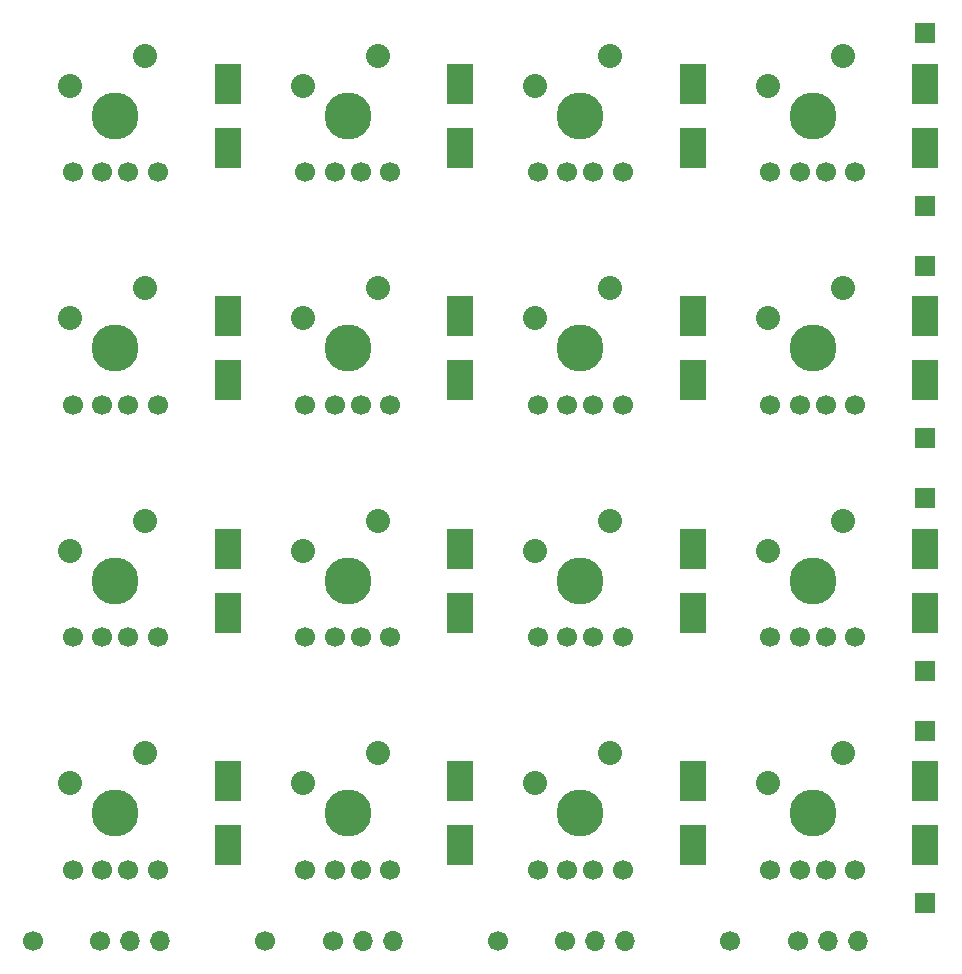
<source format=gbr>
%TF.GenerationSoftware,KiCad,Pcbnew,5.99.0-unknown-0ab82ef66~91~ubuntu20.04.1*%
%TF.CreationDate,2020-10-15T20:07:39+02:00*%
%TF.ProjectId,KeyPad-LED,4b657950-6164-42d4-9c45-442e6b696361,rev?*%
%TF.SameCoordinates,Original*%
%TF.FileFunction,Soldermask,Bot*%
%TF.FilePolarity,Negative*%
%FSLAX46Y46*%
G04 Gerber Fmt 4.6, Leading zero omitted, Abs format (unit mm)*
G04 Created by KiCad (PCBNEW 5.99.0-unknown-0ab82ef66~91~ubuntu20.04.1) date 2020-10-15 20:07:39*
%MOMM*%
%LPD*%
G01*
G04 APERTURE LIST*
%ADD10C,3.987800*%
%ADD11C,2.032000*%
%ADD12C,1.700000*%
%ADD13R,1.700000X1.700000*%
%ADD14O,1.700000X1.700000*%
%ADD15R,2.300000X3.500000*%
G04 APERTURE END LIST*
D10*
%TO.C,MX LED*%
X190500000Y-122555000D03*
D11*
X193040000Y-117475000D03*
X186690000Y-120015000D03*
D12*
X186900000Y-127355000D03*
X189400000Y-127355000D03*
X191600000Y-127355000D03*
X194100000Y-127355000D03*
%TD*%
D10*
%TO.C,MX LED*%
X131445000Y-122555000D03*
D11*
X133985000Y-117475000D03*
X127635000Y-120015000D03*
D12*
X127845000Y-127355000D03*
X130345000Y-127355000D03*
X132545000Y-127355000D03*
X135045000Y-127355000D03*
%TD*%
D10*
%TO.C,MX LED*%
X151130000Y-122555000D03*
D11*
X153670000Y-117475000D03*
X147320000Y-120015000D03*
D12*
X147530000Y-127355000D03*
X150030000Y-127355000D03*
X152230000Y-127355000D03*
X154730000Y-127355000D03*
%TD*%
D10*
%TO.C,MX LED*%
X170815000Y-122555000D03*
D11*
X173355000Y-117475000D03*
X167005000Y-120015000D03*
D12*
X167215000Y-127355000D03*
X169715000Y-127355000D03*
X171915000Y-127355000D03*
X174415000Y-127355000D03*
%TD*%
D10*
%TO.C,MX LED*%
X190500000Y-102870000D03*
D11*
X193040000Y-97790000D03*
X186690000Y-100330000D03*
D12*
X186900000Y-107670000D03*
X189400000Y-107670000D03*
X191600000Y-107670000D03*
X194100000Y-107670000D03*
%TD*%
D10*
%TO.C,MX LED*%
X131445000Y-102870000D03*
D11*
X133985000Y-97790000D03*
X127635000Y-100330000D03*
D12*
X127845000Y-107670000D03*
X130345000Y-107670000D03*
X132545000Y-107670000D03*
X135045000Y-107670000D03*
%TD*%
D10*
%TO.C,MX LED*%
X151130000Y-102870000D03*
D11*
X153670000Y-97790000D03*
X147320000Y-100330000D03*
D12*
X147530000Y-107670000D03*
X150030000Y-107670000D03*
X152230000Y-107670000D03*
X154730000Y-107670000D03*
%TD*%
D10*
%TO.C,MX LED*%
X170815000Y-102870000D03*
D11*
X173355000Y-97790000D03*
X167005000Y-100330000D03*
D12*
X167215000Y-107670000D03*
X169715000Y-107670000D03*
X171915000Y-107670000D03*
X174415000Y-107670000D03*
%TD*%
D10*
%TO.C,MX LED*%
X190500000Y-83185000D03*
D11*
X193040000Y-78105000D03*
X186690000Y-80645000D03*
D12*
X186900000Y-87985000D03*
X189400000Y-87985000D03*
X191600000Y-87985000D03*
X194100000Y-87985000D03*
%TD*%
D10*
%TO.C,MX LED*%
X131445000Y-83185000D03*
D11*
X133985000Y-78105000D03*
X127635000Y-80645000D03*
D12*
X127845000Y-87985000D03*
X130345000Y-87985000D03*
X132545000Y-87985000D03*
X135045000Y-87985000D03*
%TD*%
D10*
%TO.C,MX LED*%
X151130000Y-83185000D03*
D11*
X153670000Y-78105000D03*
X147320000Y-80645000D03*
D12*
X147530000Y-87985000D03*
X150030000Y-87985000D03*
X152230000Y-87985000D03*
X154730000Y-87985000D03*
%TD*%
D10*
%TO.C,MX LED*%
X170815000Y-83185000D03*
D11*
X173355000Y-78105000D03*
X167005000Y-80645000D03*
D12*
X167215000Y-87985000D03*
X169715000Y-87985000D03*
X171915000Y-87985000D03*
X174415000Y-87985000D03*
%TD*%
D10*
%TO.C,MX LED*%
X170815000Y-63500000D03*
D11*
X173355000Y-58420000D03*
X167005000Y-60960000D03*
D12*
X167215000Y-68300000D03*
X169715000Y-68300000D03*
X171915000Y-68300000D03*
X174415000Y-68300000D03*
%TD*%
D10*
%TO.C,MX LED*%
X190500000Y-63500000D03*
D11*
X193040000Y-58420000D03*
X186690000Y-60960000D03*
D12*
X186900000Y-68300000D03*
X189400000Y-68300000D03*
X191600000Y-68300000D03*
X194100000Y-68300000D03*
%TD*%
D10*
%TO.C,MX LED*%
X151130000Y-63500000D03*
D11*
X153670000Y-58420000D03*
X147320000Y-60960000D03*
D12*
X147530000Y-68300000D03*
X150030000Y-68300000D03*
X152230000Y-68300000D03*
X154730000Y-68300000D03*
%TD*%
%TO.C,MX LED*%
X135045000Y-68300000D03*
X132545000Y-68300000D03*
X130345000Y-68300000D03*
X127845000Y-68300000D03*
D11*
X127635000Y-60960000D03*
X133985000Y-58420000D03*
D10*
X131445000Y-63500000D03*
%TD*%
D13*
%TO.C,PIN1*%
X200025000Y-115570000D03*
%TD*%
%TO.C,PIN1*%
X200025000Y-76200000D03*
%TD*%
%TO.C,LED*%
X200025000Y-90805000D03*
%TD*%
D12*
%TO.C,LED*%
X169545000Y-133350000D03*
D14*
X172085000Y-133350000D03*
X174625000Y-133350000D03*
%TD*%
D13*
%TO.C,PIN1*%
X200025000Y-56515000D03*
%TD*%
D12*
%TO.C,LED*%
X149860000Y-133350000D03*
D14*
X152400000Y-133350000D03*
X154940000Y-133350000D03*
%TD*%
D13*
%TO.C,LED*%
X200025000Y-71120000D03*
%TD*%
%TO.C,LED*%
X200025000Y-130175000D03*
%TD*%
D12*
%TO.C,LED*%
X130175000Y-133350000D03*
D14*
X132715000Y-133350000D03*
X135255000Y-133350000D03*
%TD*%
D12*
%TO.C,PIN2*%
X183515000Y-133350000D03*
%TD*%
%TO.C,PIN2*%
X144145000Y-133350000D03*
%TD*%
%TO.C,PIN2*%
X163830000Y-133350000D03*
%TD*%
D13*
%TO.C,PIN1*%
X200025000Y-95885000D03*
%TD*%
%TO.C,LED*%
X200025000Y-110490000D03*
%TD*%
D12*
%TO.C,PIN2*%
X124460000Y-133350000D03*
%TD*%
%TO.C,LED*%
X189230000Y-133350000D03*
D14*
X191770000Y-133350000D03*
X194310000Y-133350000D03*
%TD*%
D15*
%TO.C,SMD1*%
X140970000Y-85885000D03*
X140970000Y-80485000D03*
%TD*%
%TO.C,SMD1*%
X180340000Y-105570000D03*
X180340000Y-100170000D03*
%TD*%
%TO.C,SMD1*%
X140970000Y-66200000D03*
X140970000Y-60800000D03*
%TD*%
%TO.C,SMD1*%
X160655000Y-85885000D03*
X160655000Y-80485000D03*
%TD*%
%TO.C,SMD1*%
X180340000Y-85885000D03*
X180340000Y-80485000D03*
%TD*%
%TO.C,SMD1*%
X180340000Y-125255000D03*
X180340000Y-119855000D03*
%TD*%
%TO.C,SMD1*%
X200025000Y-105570000D03*
X200025000Y-100170000D03*
%TD*%
%TO.C,SMD1*%
X160655000Y-125255000D03*
X160655000Y-119855000D03*
%TD*%
%TO.C,SMD1*%
X200025000Y-66200000D03*
X200025000Y-60800000D03*
%TD*%
%TO.C,SMD1*%
X180340000Y-66200000D03*
X180340000Y-60800000D03*
%TD*%
%TO.C,SMD1*%
X140970000Y-125255000D03*
X140970000Y-119855000D03*
%TD*%
%TO.C,SMD1*%
X200025000Y-125255000D03*
X200025000Y-119855000D03*
%TD*%
%TO.C,SMD1*%
X140970000Y-105570000D03*
X140970000Y-100170000D03*
%TD*%
%TO.C,SMD1*%
X160655000Y-66200000D03*
X160655000Y-60800000D03*
%TD*%
%TO.C,SMD1*%
X160655000Y-105570000D03*
X160655000Y-100170000D03*
%TD*%
%TO.C,SMD1*%
X200025000Y-85885000D03*
X200025000Y-80485000D03*
%TD*%
M02*

</source>
